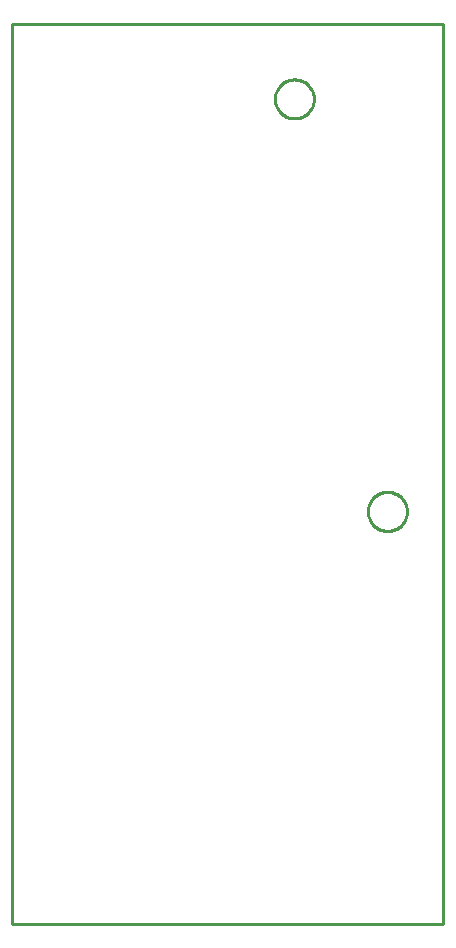
<source format=gbr>
G04 EAGLE Gerber RS-274X export*
G75*
%MOMM*%
%FSLAX34Y34*%
%LPD*%
%IN*%
%IPPOS*%
%AMOC8*
5,1,8,0,0,1.08239X$1,22.5*%
G01*
%ADD10C,0.254000*%


D10*
X0Y0D02*
X365000Y0D01*
X365000Y761900D01*
X0Y761900D01*
X0Y0D01*
X238220Y681990D02*
X237141Y682061D01*
X236069Y682202D01*
X235009Y682413D01*
X233965Y682692D01*
X232941Y683040D01*
X231943Y683454D01*
X230973Y683932D01*
X230037Y684472D01*
X229138Y685073D01*
X228281Y685731D01*
X227468Y686444D01*
X226704Y687208D01*
X225991Y688021D01*
X225333Y688878D01*
X224732Y689777D01*
X224192Y690713D01*
X223714Y691683D01*
X223300Y692681D01*
X222952Y693705D01*
X222673Y694749D01*
X222462Y695809D01*
X222321Y696881D01*
X222250Y697960D01*
X222250Y699040D01*
X222321Y700119D01*
X222462Y701191D01*
X222673Y702251D01*
X222952Y703295D01*
X223300Y704319D01*
X223714Y705317D01*
X224192Y706287D01*
X224732Y707223D01*
X225333Y708122D01*
X225991Y708979D01*
X226704Y709792D01*
X227468Y710557D01*
X228281Y711269D01*
X229138Y711927D01*
X230037Y712528D01*
X230973Y713068D01*
X231943Y713546D01*
X232941Y713960D01*
X233965Y714308D01*
X235009Y714587D01*
X236069Y714798D01*
X237141Y714939D01*
X238220Y715010D01*
X239300Y715010D01*
X240379Y714939D01*
X241451Y714798D01*
X242511Y714587D01*
X243555Y714308D01*
X244579Y713960D01*
X245577Y713546D01*
X246547Y713068D01*
X247483Y712528D01*
X248382Y711927D01*
X249239Y711269D01*
X250052Y710557D01*
X250817Y709792D01*
X251529Y708979D01*
X252187Y708122D01*
X252788Y707223D01*
X253328Y706287D01*
X253806Y705317D01*
X254220Y704319D01*
X254568Y703295D01*
X254847Y702251D01*
X255058Y701191D01*
X255199Y700119D01*
X255270Y699040D01*
X255270Y697960D01*
X255199Y696881D01*
X255058Y695809D01*
X254847Y694749D01*
X254568Y693705D01*
X254220Y692681D01*
X253806Y691683D01*
X253328Y690713D01*
X252788Y689777D01*
X252187Y688878D01*
X251529Y688021D01*
X250817Y687208D01*
X250052Y686444D01*
X249239Y685731D01*
X248382Y685073D01*
X247483Y684472D01*
X246547Y683932D01*
X245577Y683454D01*
X244579Y683040D01*
X243555Y682692D01*
X242511Y682413D01*
X241451Y682202D01*
X240379Y682061D01*
X239300Y681990D01*
X238220Y681990D01*
X316960Y332740D02*
X315881Y332811D01*
X314809Y332952D01*
X313749Y333163D01*
X312705Y333442D01*
X311681Y333790D01*
X310683Y334204D01*
X309713Y334682D01*
X308777Y335222D01*
X307878Y335823D01*
X307021Y336481D01*
X306208Y337194D01*
X305444Y337958D01*
X304731Y338771D01*
X304073Y339628D01*
X303472Y340527D01*
X302932Y341463D01*
X302454Y342433D01*
X302040Y343431D01*
X301692Y344455D01*
X301413Y345499D01*
X301202Y346559D01*
X301061Y347631D01*
X300990Y348710D01*
X300990Y349790D01*
X301061Y350869D01*
X301202Y351941D01*
X301413Y353001D01*
X301692Y354045D01*
X302040Y355069D01*
X302454Y356067D01*
X302932Y357037D01*
X303472Y357973D01*
X304073Y358872D01*
X304731Y359729D01*
X305444Y360542D01*
X306208Y361307D01*
X307021Y362019D01*
X307878Y362677D01*
X308777Y363278D01*
X309713Y363818D01*
X310683Y364296D01*
X311681Y364710D01*
X312705Y365058D01*
X313749Y365337D01*
X314809Y365548D01*
X315881Y365689D01*
X316960Y365760D01*
X318040Y365760D01*
X319119Y365689D01*
X320191Y365548D01*
X321251Y365337D01*
X322295Y365058D01*
X323319Y364710D01*
X324317Y364296D01*
X325287Y363818D01*
X326223Y363278D01*
X327122Y362677D01*
X327979Y362019D01*
X328792Y361307D01*
X329557Y360542D01*
X330269Y359729D01*
X330927Y358872D01*
X331528Y357973D01*
X332068Y357037D01*
X332546Y356067D01*
X332960Y355069D01*
X333308Y354045D01*
X333587Y353001D01*
X333798Y351941D01*
X333939Y350869D01*
X334010Y349790D01*
X334010Y348710D01*
X333939Y347631D01*
X333798Y346559D01*
X333587Y345499D01*
X333308Y344455D01*
X332960Y343431D01*
X332546Y342433D01*
X332068Y341463D01*
X331528Y340527D01*
X330927Y339628D01*
X330269Y338771D01*
X329557Y337958D01*
X328792Y337194D01*
X327979Y336481D01*
X327122Y335823D01*
X326223Y335222D01*
X325287Y334682D01*
X324317Y334204D01*
X323319Y333790D01*
X322295Y333442D01*
X321251Y333163D01*
X320191Y332952D01*
X319119Y332811D01*
X318040Y332740D01*
X316960Y332740D01*
M02*

</source>
